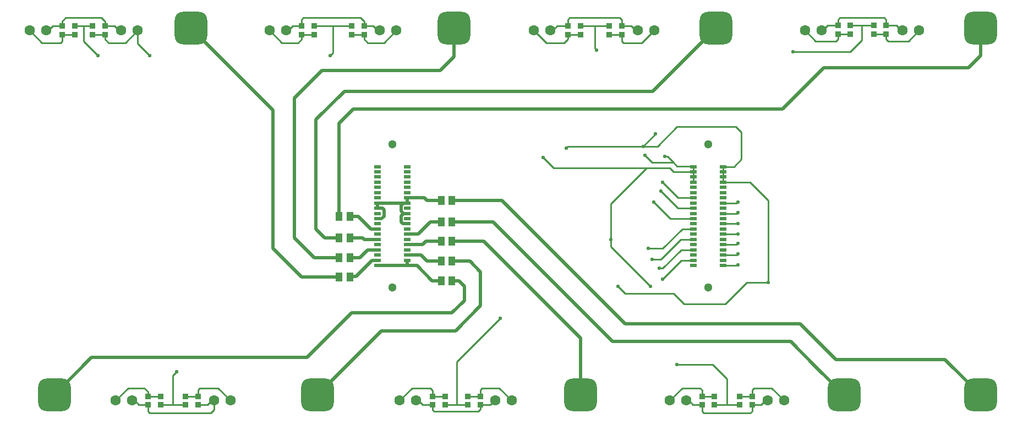
<source format=gtl>
G04*
G04 #@! TF.GenerationSoftware,Altium Limited,Altium Designer,20.0.11 (256)*
G04*
G04 Layer_Physical_Order=1*
G04 Layer_Color=255*
%FSLAX25Y25*%
%MOIN*%
G70*
G01*
G75*
%ADD13C,0.01000*%
%ADD14R,0.03937X0.05709*%
%ADD15R,0.04331X0.01968*%
%ADD16R,0.03740X0.03347*%
G04:AMPARAMS|DCode=17|XSize=196.85mil|YSize=196.85mil|CornerRadius=49.21mil|HoleSize=0mil|Usage=FLASHONLY|Rotation=0.000|XOffset=0mil|YOffset=0mil|HoleType=Round|Shape=RoundedRectangle|*
%AMROUNDEDRECTD17*
21,1,0.19685,0.09843,0,0,0.0*
21,1,0.09843,0.19685,0,0,0.0*
1,1,0.09843,0.04921,-0.04921*
1,1,0.09843,-0.04921,-0.04921*
1,1,0.09843,-0.04921,0.04921*
1,1,0.09843,0.04921,0.04921*
%
%ADD17ROUNDEDRECTD17*%
%ADD25C,0.01968*%
%ADD26C,0.05118*%
%ADD27C,0.06299*%
%ADD28C,0.02284*%
D13*
X367028Y135335D02*
X388681Y156988D01*
X367028Y109350D02*
X390846Y85532D01*
X367028Y113681D02*
Y135335D01*
Y109350D02*
Y113681D01*
X332382Y156988D02*
X388681D01*
X325886Y163484D02*
X332382Y156988D01*
X386516Y169980D02*
X394094Y177559D01*
Y177559D01*
X341043Y169980D02*
X386516D01*
X395177D01*
X407087Y181890D01*
X339961Y168898D02*
X341043Y169980D01*
X434924Y148425D02*
Y157874D01*
X407087Y181890D02*
X442815D01*
X401240Y163918D02*
X404921Y160236D01*
X417123Y148425D02*
Y154724D01*
X399816Y163918D02*
X401240D01*
X399660Y164074D02*
X399816Y163918D01*
X80425Y232469D02*
Y240354D01*
Y232469D02*
X87697Y225197D01*
X72846Y232776D02*
X80425Y240354D01*
X62795Y232776D02*
X72846D01*
X60630Y234941D02*
X62795Y232776D01*
X66432Y242913D02*
X68991Y240354D01*
X60630Y242913D02*
X66432D01*
X68991Y240354D02*
X70425D01*
X60630Y234941D02*
Y237795D01*
X398425Y148327D02*
X398425D01*
X407776Y138976D02*
X417123D01*
X398425Y148327D02*
X407776Y138976D01*
X434924Y157874D02*
X441536D01*
X446063Y162402D02*
Y178642D01*
X441536Y157874D02*
X446063Y162402D01*
X442815Y181890D02*
X446063Y178642D01*
X416926Y158071D02*
X417123Y157874D01*
X407087Y158071D02*
X416926D01*
X391929Y160236D02*
X404921D01*
X407087Y158071D01*
X387598Y164567D02*
X391929Y160236D01*
X417123Y154724D02*
Y157874D01*
X405020Y154724D02*
X417123D01*
X402756Y156988D02*
X405020Y154724D01*
X388681Y156988D02*
X402756D01*
X375689Y81201D02*
X404921D01*
X411417Y74705D02*
X436319D01*
X404921Y81201D02*
X411417Y74705D01*
X436319D02*
X449311Y87697D01*
X462303D01*
X371358Y85532D02*
X375689Y81201D01*
X434924Y148425D02*
X451378D01*
X462303Y87697D02*
Y137500D01*
X451378Y148425D02*
X462303Y137500D01*
X373524Y242913D02*
Y246850D01*
X342126Y247933D02*
X372441D01*
X373524Y246850D01*
X341043Y242913D02*
Y246850D01*
X342126Y247933D01*
X357283Y242913D02*
X365945D01*
X348622D02*
X357283D01*
Y229528D02*
Y242913D01*
Y229528D02*
X358366Y228445D01*
X519144Y243307D02*
X526181D01*
X512106D02*
X519144D01*
X477461Y227362D02*
X512106D01*
X519144Y234400D02*
Y243307D01*
X512106Y227362D02*
X519144Y234400D01*
X504528Y243307D02*
Y246850D01*
X505610Y247933D01*
X532677D01*
X533760Y243307D02*
Y246850D01*
X532677Y247933D02*
X533760Y246850D01*
X198671Y242913D02*
X210039D01*
X187303D02*
X198671D01*
Y226821D02*
Y242913D01*
X197047Y225197D02*
X198671Y226821D01*
X47638Y233858D02*
X56299Y225197D01*
X47638Y233858D02*
Y242913D01*
X53051D01*
X42224D02*
X47638D01*
X179724D02*
Y246850D01*
X180807Y247933D01*
X215453D01*
X217618Y242913D02*
Y245768D01*
X215453Y247933D02*
X217618Y245768D01*
X34646Y242913D02*
Y245768D01*
X36811Y247933D02*
X58465D01*
X34646Y245768D02*
X36811Y247933D01*
X60630Y242913D02*
Y245768D01*
X58465Y247933D02*
X60630Y245768D01*
X126673Y10827D02*
Y16240D01*
X124508Y8661D02*
X126673Y10827D01*
X87697Y8661D02*
X124508D01*
X86614Y9744D02*
X87697Y8661D01*
X86614Y9744D02*
Y13681D01*
X287992Y10925D02*
Y13681D01*
X259842Y9744D02*
X286811D01*
X287992Y10925D01*
X259055Y10531D02*
Y13681D01*
Y10531D02*
X259842Y9744D01*
X422244D02*
Y13681D01*
X423327Y8661D02*
X451476D01*
X422244Y9744D02*
X423327Y8661D01*
X452559Y9744D02*
Y13681D01*
X451476Y8661D02*
X452559Y9744D01*
X437402Y13681D02*
X444980D01*
X429823D02*
X437402D01*
X407087Y37894D02*
X428740D01*
X437402Y13681D02*
Y29232D01*
X428740Y37894D02*
X437402Y29232D01*
X273524Y13681D02*
X280413D01*
X266634D02*
X273524D01*
Y39665D01*
X299902Y66043D01*
X280413Y13681D02*
X280413Y13681D01*
X101772D02*
X109350D01*
X94193D02*
X101772D01*
Y31398D01*
X103937Y33563D01*
X416749Y13681D02*
X422244D01*
X414190Y16240D02*
X416749Y13681D01*
X412756Y16240D02*
X414190D01*
X452559Y13681D02*
X458054D01*
X460613Y16240D01*
X462047D01*
X444980Y18799D02*
X452559D01*
Y22736D01*
X453642Y23819D01*
X464468D02*
X472047Y16240D01*
X453642Y23819D02*
X464468D01*
X422244Y18799D02*
Y22736D01*
X421161Y23819D02*
X422244Y22736D01*
X410335Y23819D02*
X421161D01*
X402756Y16240D02*
X410335Y23819D01*
X422244Y18799D02*
X429823D01*
X287992Y13681D02*
X294094D01*
X296654Y16240D02*
X296988D01*
X294094Y13681D02*
X296654Y16240D01*
X280413Y18799D02*
X287992D01*
Y22736D01*
X289075Y23819D01*
X299410D02*
X306988Y16240D01*
X289075Y23819D02*
X299410D01*
X249016Y16240D02*
X250450D01*
X253009Y13681D01*
X259055D01*
Y18799D02*
Y22441D01*
X257677Y23819D02*
X259055Y22441D01*
X246595Y23819D02*
X257677D01*
X239016Y16240D02*
X246595Y23819D01*
X259055Y18799D02*
X266634D01*
X116929Y18799D02*
Y22736D01*
X118012Y23819D01*
X129095D01*
X136673Y16240D01*
X109350Y18799D02*
X116929D01*
X116929Y18799D01*
Y13681D02*
X122680D01*
X125239Y16240D01*
X126673D01*
X81119Y13681D02*
X86614D01*
X78560Y16240D02*
X81119Y13681D01*
X77126Y16240D02*
X78560D01*
X86614Y18799D02*
Y21654D01*
X84449Y23819D02*
X86614Y21654D01*
X67126Y16240D02*
X74705Y23819D01*
X84449D01*
X86614Y18799D02*
X94193D01*
X533760Y234941D02*
Y238189D01*
Y234941D02*
X534842Y233858D01*
X547189D02*
X553685Y240354D01*
X534842Y233858D02*
X547189D01*
X526181Y238189D02*
X533760D01*
Y243307D02*
X540062D01*
X543015Y240354D01*
X543685D01*
X494587Y240354D02*
X495257D01*
X498209Y243307D01*
X504528D01*
Y234941D02*
Y238189D01*
X503445Y233858D02*
X504528Y234941D01*
X484587Y240354D02*
X491083Y233858D01*
X503445D01*
X504528Y238189D02*
X512106D01*
X373524Y233858D02*
Y237795D01*
Y233858D02*
X374606Y232776D01*
X385689D02*
X393268Y240354D01*
X374606Y232776D02*
X385689D01*
X365945Y237795D02*
X373524D01*
Y242913D02*
X379275D01*
X381834Y240354D01*
X383268D01*
X341043Y237795D02*
X348622D01*
X338779Y232776D02*
X341043Y235039D01*
Y237795D01*
X328051Y232776D02*
X338779D01*
X320472Y240354D02*
X328051Y232776D01*
X330472Y240354D02*
X331906D01*
X334466Y242913D01*
X341043D01*
X217618D02*
X223113D01*
X225672Y240354D01*
X227106D01*
X217618Y234941D02*
Y237795D01*
Y234941D02*
X219783Y232776D01*
X229527D02*
X237106Y240354D01*
X219783Y232776D02*
X229527D01*
X210039Y237795D02*
X217618D01*
X179724D02*
X187303D01*
X179724Y234941D02*
Y237795D01*
X177559Y232776D02*
X179724Y234941D01*
X160236Y240354D02*
X167815Y232776D01*
X177559D01*
X170236Y240354D02*
X171670D01*
X174229Y242913D01*
X179724D01*
X53051Y237795D02*
X60630D01*
X24902Y240354D02*
X26335D01*
X28895Y242913D01*
X34646D01*
Y237795D02*
X42224D01*
X34646Y233858D02*
Y237795D01*
X33563Y232776D02*
X34646Y233858D01*
X22480Y232776D02*
X33563D01*
X14902Y240354D02*
X22480Y232776D01*
X397342Y142913D02*
X407579Y132677D01*
X417123D01*
X393012Y136417D02*
X403051Y126378D01*
X417123D01*
X409744Y101181D02*
X417123D01*
X398425Y89862D02*
X409744Y101181D01*
X389764Y108268D02*
X398425D01*
X410236Y120079D01*
X391929Y101772D02*
X397342D01*
X409350Y113780D01*
X417123D01*
X396260Y96358D02*
X398425D01*
X409547Y107480D01*
X417123D01*
X410236Y120079D02*
X417123D01*
X434924Y98031D02*
X443058D01*
X443550Y98524D01*
X443898D01*
X434924Y104331D02*
X443209D01*
X443898Y105020D01*
X443012Y110630D02*
X443898Y111516D01*
X434924Y110630D02*
X443012D01*
X443898Y116929D02*
X443898Y116929D01*
X434924Y116929D02*
X443898D01*
X443701Y123228D02*
X443898Y123425D01*
X434924Y123228D02*
X443701D01*
X434924Y129528D02*
X443504D01*
X443898Y129921D01*
X434924Y135827D02*
X442960D01*
X443550Y136417D01*
X443898D01*
D14*
X202461Y127756D02*
D03*
X208957D02*
D03*
X202461Y114764D02*
D03*
X208957D02*
D03*
X202461Y102854D02*
D03*
X208957D02*
D03*
X202461Y90945D02*
D03*
X208957D02*
D03*
X270669Y137500D02*
D03*
X264173D02*
D03*
X270669Y124508D02*
D03*
X264173D02*
D03*
X270669Y112598D02*
D03*
X264173D02*
D03*
X270669Y100689D02*
D03*
X264173D02*
D03*
X270669Y88779D02*
D03*
X264173D02*
D03*
D15*
X417123Y157874D02*
D03*
X434924D02*
D03*
X417123Y154724D02*
D03*
X434924D02*
D03*
X417123Y151575D02*
D03*
X434924D02*
D03*
X417123Y148425D02*
D03*
X434924D02*
D03*
X417123Y145276D02*
D03*
X434924D02*
D03*
X417123Y142126D02*
D03*
X434924D02*
D03*
X417123Y138976D02*
D03*
X434924D02*
D03*
X417123Y135827D02*
D03*
X434924D02*
D03*
X417123Y132677D02*
D03*
X434924D02*
D03*
X417123Y129528D02*
D03*
X434924D02*
D03*
X417123Y126378D02*
D03*
X434924D02*
D03*
X417123Y123228D02*
D03*
X434924D02*
D03*
X417123Y120079D02*
D03*
X434924D02*
D03*
X417123Y116929D02*
D03*
X434924D02*
D03*
X417123Y113780D02*
D03*
X434924D02*
D03*
X417123Y110630D02*
D03*
X434924D02*
D03*
X417123Y107480D02*
D03*
X434924D02*
D03*
X417123Y104331D02*
D03*
X434924D02*
D03*
X417123Y101181D02*
D03*
X434924D02*
D03*
X417123Y98032D02*
D03*
X434924D02*
D03*
X225785Y157874D02*
D03*
X243585D02*
D03*
X225785Y154724D02*
D03*
X243585D02*
D03*
X225785Y151575D02*
D03*
X243585D02*
D03*
X225785Y148425D02*
D03*
X243585D02*
D03*
X225785Y145276D02*
D03*
X243585D02*
D03*
X225785Y142126D02*
D03*
X243585D02*
D03*
X225785Y138976D02*
D03*
X243585D02*
D03*
X225785Y135827D02*
D03*
X243585D02*
D03*
X225785Y132677D02*
D03*
X243585D02*
D03*
X225785Y129528D02*
D03*
X243585D02*
D03*
X225785Y126378D02*
D03*
X243585D02*
D03*
X225785Y123228D02*
D03*
X243585D02*
D03*
X225785Y120079D02*
D03*
X243585D02*
D03*
X225785Y116929D02*
D03*
X243585D02*
D03*
X225785Y113780D02*
D03*
X243585D02*
D03*
X225785Y110630D02*
D03*
X243585D02*
D03*
X225785Y107480D02*
D03*
X243585D02*
D03*
X225785Y104331D02*
D03*
X243585D02*
D03*
X225785Y101181D02*
D03*
X243585D02*
D03*
X225785Y98032D02*
D03*
X243585D02*
D03*
D16*
X280413Y13681D02*
D03*
Y18799D02*
D03*
X444980Y13681D02*
D03*
Y18799D02*
D03*
X266634Y13681D02*
D03*
Y18799D02*
D03*
X42224Y242913D02*
D03*
Y237795D02*
D03*
X512106Y243307D02*
D03*
Y238189D02*
D03*
X109350Y13681D02*
D03*
Y18799D02*
D03*
X53051Y242913D02*
D03*
Y237795D02*
D03*
X210039Y242913D02*
D03*
Y237795D02*
D03*
X526181Y243307D02*
D03*
Y238189D02*
D03*
X429823Y13681D02*
D03*
Y18799D02*
D03*
X365945Y242913D02*
D03*
Y237795D02*
D03*
X348622Y242913D02*
D03*
Y237795D02*
D03*
X187303Y242913D02*
D03*
Y237795D02*
D03*
X94193Y13681D02*
D03*
Y18799D02*
D03*
X287992Y13681D02*
D03*
Y18799D02*
D03*
X452559Y13681D02*
D03*
Y18799D02*
D03*
X259055Y13681D02*
D03*
Y18799D02*
D03*
X34646Y242913D02*
D03*
Y237795D02*
D03*
X504528Y243307D02*
D03*
Y238189D02*
D03*
X116929Y13681D02*
D03*
Y18799D02*
D03*
X60630Y242913D02*
D03*
Y237795D02*
D03*
X217618Y242913D02*
D03*
Y237795D02*
D03*
X533760Y243307D02*
D03*
Y238189D02*
D03*
X422244Y13681D02*
D03*
Y18799D02*
D03*
X373524Y242913D02*
D03*
Y237795D02*
D03*
X341043Y242913D02*
D03*
Y237795D02*
D03*
X179724Y242913D02*
D03*
Y237795D02*
D03*
X86614Y13681D02*
D03*
Y18799D02*
D03*
D17*
X590925Y19673D02*
D03*
Y241721D02*
D03*
X508248Y19673D02*
D03*
X430500Y241721D02*
D03*
X348799Y19673D02*
D03*
X272028Y241721D02*
D03*
X189350Y19673D02*
D03*
X112579Y241721D02*
D03*
X29902Y19673D02*
D03*
D25*
X208957Y90945D02*
X209477Y91465D01*
X212725D01*
X222441Y101181D01*
X225785D01*
X243585Y138976D02*
X254035D01*
X255512Y137500D02*
X264173D01*
X254035Y138976D02*
X255512Y137500D01*
X225785Y132677D02*
Y135827D01*
Y126378D02*
X228150D01*
X228543Y132677D02*
X229534Y131686D01*
Y127763D02*
Y131686D01*
X228150Y126378D02*
X229534Y127763D01*
X225785Y135827D02*
X241345D01*
X225785Y132677D02*
X228543D01*
X375689Y62795D02*
X481791D01*
X270669Y137500D02*
X300984D01*
X375689Y62795D01*
X481791D02*
X503445Y41142D01*
X569457D02*
X590925Y19673D01*
X503445Y41142D02*
X569457D01*
X270669Y124508D02*
X295571D01*
X368110Y51968D01*
X348799Y19673D02*
Y53957D01*
X290157Y112599D02*
X348799Y53957D01*
X270669Y112599D02*
X290157D01*
X270669Y100689D02*
X281496D01*
X287992Y73622D02*
Y94193D01*
X281496Y100689D02*
X287992Y94193D01*
X272835Y58465D02*
X287992Y73622D01*
X228142Y58465D02*
X272835D01*
X189350Y19673D02*
X228142Y58465D01*
X270669Y88780D02*
X275000D01*
X278248Y85532D01*
Y76870D02*
Y85532D01*
X270669Y69291D02*
X278248Y76870D01*
X182973Y42224D02*
X210039Y69291D01*
X270669D01*
X208957Y127756D02*
X213878D01*
X221555Y120079D01*
X225785D01*
X208957Y114764D02*
X216780D01*
X217764Y113780D01*
X225785D01*
X208957Y102854D02*
X214959D01*
X219585Y107480D01*
X225785D01*
X243585Y98031D02*
X249508D01*
X258760Y88780D01*
X264173D01*
X255799Y100689D02*
X264173D01*
X252157Y104331D02*
X255799Y100689D01*
X243585Y104331D02*
X252157D01*
X254962Y112599D02*
X264173D01*
X252993Y110630D02*
X254962Y112599D01*
X243585Y110630D02*
X252993D01*
X257767Y124508D02*
X264173D01*
X250188Y116929D02*
X257767Y124508D01*
X243585Y116929D02*
X250188D01*
X239836Y124381D02*
Y128018D01*
X240989Y123228D02*
X243585D01*
X239836Y124381D02*
X240989Y123228D01*
X241345Y129528D02*
X243585D01*
X239836Y128018D02*
X241345Y129528D01*
X239836Y131037D02*
X241345Y129528D01*
X239836Y131037D02*
Y134318D01*
X241345Y135827D01*
X243585D01*
Y138976D01*
Y98031D02*
Y101181D01*
X225785Y98031D02*
X243585D01*
X179724Y90945D02*
X202461D01*
X162402Y108268D02*
X179724Y90945D01*
X187303Y102854D02*
X202461D01*
X175394Y114764D02*
X187303Y102854D01*
X175394Y114764D02*
Y199213D01*
X192121Y215940D01*
X263577D01*
X272028Y224390D01*
Y241720D01*
X112579D02*
X162402Y191898D01*
Y108268D02*
Y191898D01*
X193799Y114764D02*
X202461D01*
X188386Y120177D02*
X193799Y114764D01*
X188386Y120177D02*
Y186221D01*
X205709Y203543D02*
X392323D01*
X188386Y186221D02*
X205709Y203543D01*
X202461Y127756D02*
Y184055D01*
X211122Y192717D01*
X52453Y42224D02*
X182973D01*
X392323Y203543D02*
X430500Y241720D01*
X211122Y192717D02*
X470965D01*
X475953Y51968D02*
X491110Y36811D01*
X368110Y51968D02*
X475953D01*
X29902Y19673D02*
X52453Y42224D01*
X491110Y36811D02*
X508248Y19673D01*
X495866Y217618D02*
X583563D01*
X470965Y192717D02*
X495866Y217618D01*
X590925Y224980D02*
Y241720D01*
X583563Y217618D02*
X590925Y224980D01*
D26*
X426024Y84646D02*
D03*
Y171260D02*
D03*
X234685Y84646D02*
D03*
Y171260D02*
D03*
D27*
X296988Y16240D02*
D03*
X306988D02*
D03*
X462047D02*
D03*
X472047D02*
D03*
X249016Y16240D02*
D03*
X239016D02*
D03*
X24902Y240354D02*
D03*
X14902D02*
D03*
X494587Y240354D02*
D03*
X484587D02*
D03*
X126673Y16240D02*
D03*
X136673D02*
D03*
X70425Y240354D02*
D03*
X80425D02*
D03*
X227106D02*
D03*
X237106D02*
D03*
X543685Y240354D02*
D03*
X553685D02*
D03*
X412756Y16240D02*
D03*
X402756D02*
D03*
X383268Y240354D02*
D03*
X393268D02*
D03*
X330472Y240354D02*
D03*
X320472D02*
D03*
X170236Y240354D02*
D03*
X160236D02*
D03*
X77126Y16240D02*
D03*
X67126D02*
D03*
D28*
X367028Y113681D02*
D03*
X325886Y163484D02*
D03*
X386516Y169980D02*
D03*
X394094Y177559D02*
D03*
X399660Y164074D02*
D03*
X339961Y168898D02*
D03*
X398425Y148327D02*
D03*
X387598Y164567D02*
D03*
X371358Y85532D02*
D03*
X390846D02*
D03*
X462303Y87697D02*
D03*
X358366Y228445D02*
D03*
X477461Y227362D02*
D03*
X197047Y225197D02*
D03*
X87697D02*
D03*
X56299D02*
D03*
X407087Y37894D02*
D03*
X299902Y66043D02*
D03*
X103937Y33563D02*
D03*
X393012Y136417D02*
D03*
X397342Y142913D02*
D03*
X398425Y89862D02*
D03*
X389764Y108268D02*
D03*
X391929Y101772D02*
D03*
X396260Y96358D02*
D03*
X443898Y98524D02*
D03*
Y105020D02*
D03*
Y111516D02*
D03*
Y116929D02*
D03*
Y123425D02*
D03*
Y129921D02*
D03*
Y136417D02*
D03*
M02*

</source>
